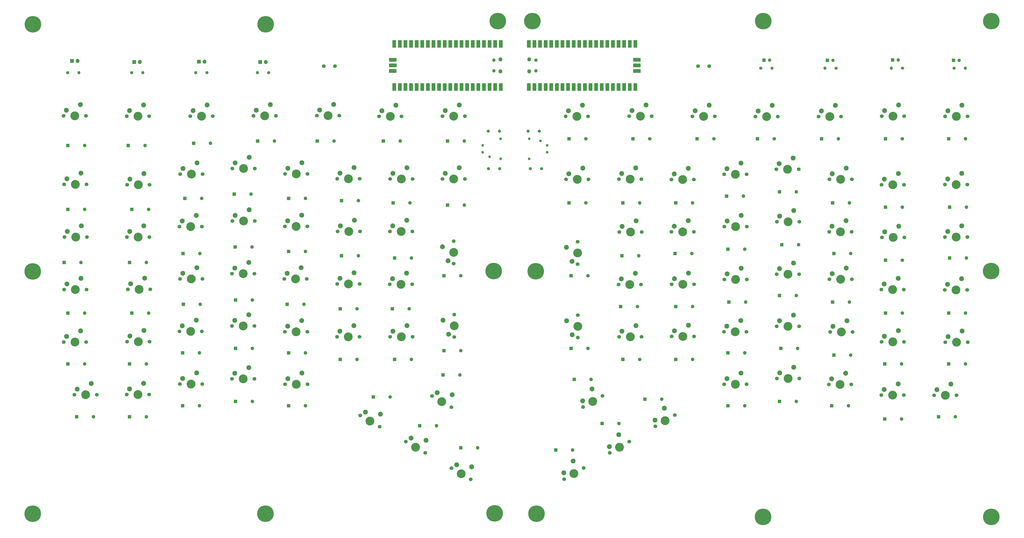
<source format=gbr>
%TF.GenerationSoftware,KiCad,Pcbnew,6.0.9-8da3e8f707~117~ubuntu20.04.1*%
%TF.CreationDate,2022-12-05T03:41:19+01:00*%
%TF.ProjectId,Europe-ergo,4575726f-7065-42d6-9572-676f2e6b6963,rev?*%
%TF.SameCoordinates,Original*%
%TF.FileFunction,Soldermask,Top*%
%TF.FilePolarity,Negative*%
%FSLAX46Y46*%
G04 Gerber Fmt 4.6, Leading zero omitted, Abs format (unit mm)*
G04 Created by KiCad (PCBNEW 6.0.9-8da3e8f707~117~ubuntu20.04.1) date 2022-12-05 03:41:19*
%MOMM*%
%LPD*%
G01*
G04 APERTURE LIST*
%ADD10R,1.600000X1.600000*%
%ADD11O,1.600000X1.600000*%
%ADD12C,7.500000*%
%ADD13C,1.700000*%
%ADD14C,4.000000*%
%ADD15C,2.200000*%
%ADD16R,1.500000X1.500000*%
%ADD17O,1.500000X1.500000*%
%ADD18C,1.400000*%
%ADD19O,1.400000X1.400000*%
%ADD20R,1.800000X1.800000*%
%ADD21O,1.800000X1.800000*%
%ADD22O,1.700000X1.700000*%
%ADD23R,1.700000X3.500000*%
%ADD24R,1.700000X1.700000*%
%ADD25R,3.500000X1.700000*%
%ADD26C,1.200000*%
G04 APERTURE END LIST*
D10*
%TO.C,D23*%
X431000000Y-181000000D03*
D11*
X438620000Y-181000000D03*
%TD*%
D10*
%TO.C,D91*%
X136000000Y-212000000D03*
D11*
X143620000Y-212000000D03*
%TD*%
D10*
%TO.C,D61*%
X267380000Y-216000000D03*
D11*
X275000000Y-216000000D03*
%TD*%
D12*
%TO.C,H15*%
X302750000Y-32600000D03*
%TD*%
D10*
%TO.C,D90*%
X165000000Y-88000000D03*
D11*
X172620000Y-88000000D03*
%TD*%
D10*
%TO.C,D79*%
X183380000Y-111000000D03*
D11*
X191000000Y-111000000D03*
%TD*%
D13*
%TO.C,SW43*%
X338900000Y-142780000D03*
D14*
X338900000Y-137700000D03*
D13*
X338900000Y-132620000D03*
D15*
X333820000Y-135160000D03*
X336360000Y-141510000D03*
%TD*%
D14*
%TO.C,SW89*%
X140000000Y-177900000D03*
D13*
X145080000Y-177900000D03*
X134920000Y-177900000D03*
D15*
X142540000Y-172820000D03*
X136190000Y-175360000D03*
%TD*%
D14*
%TO.C,SW3*%
X510380000Y-130540000D03*
D13*
X505300000Y-130540000D03*
X515460000Y-130540000D03*
D15*
X512920000Y-125460000D03*
X506570000Y-128000000D03*
%TD*%
D10*
%TO.C,D44*%
X350000000Y-215000000D03*
D11*
X357620000Y-215000000D03*
%TD*%
D10*
%TO.C,D47*%
X329000000Y-227000000D03*
D11*
X336620000Y-227000000D03*
%TD*%
D12*
%TO.C,H3*%
X526300000Y-32600000D03*
%TD*%
D16*
%TO.C,D51*%
X509180000Y-50440000D03*
D17*
X511720000Y-50440000D03*
%TD*%
D13*
%TO.C,SW21*%
X439360000Y-123540000D03*
D14*
X434280000Y-123540000D03*
D13*
X429200000Y-123540000D03*
D15*
X436820000Y-118460000D03*
X430470000Y-121000000D03*
%TD*%
D13*
%TO.C,SW28*%
X415360000Y-173440000D03*
D14*
X410280000Y-173440000D03*
D13*
X405200000Y-173440000D03*
D15*
X412820000Y-168360000D03*
X406470000Y-170900000D03*
%TD*%
D10*
%TO.C,D26*%
X407000000Y-136000000D03*
D11*
X414620000Y-136000000D03*
%TD*%
D10*
%TO.C,D95*%
X136000000Y-188000000D03*
D11*
X143620000Y-188000000D03*
%TD*%
D13*
%TO.C,SW80*%
X158720000Y-197100000D03*
X168880000Y-197100000D03*
D14*
X163800000Y-197100000D03*
D15*
X166340000Y-192020000D03*
X159990000Y-194560000D03*
%TD*%
D10*
%TO.C,D43*%
X336000000Y-148000000D03*
D11*
X343620000Y-148000000D03*
%TD*%
D13*
%TO.C,SW5*%
X505200000Y-154440000D03*
X515360000Y-154440000D03*
D14*
X510280000Y-154440000D03*
D15*
X512820000Y-149360000D03*
X506470000Y-151900000D03*
%TD*%
D18*
%TO.C,R10*%
X136920000Y-56000000D03*
D19*
X142000000Y-56000000D03*
%TD*%
D14*
%TO.C,SW9*%
X481880000Y-130640000D03*
D13*
X486960000Y-130640000D03*
X476800000Y-130640000D03*
D15*
X484420000Y-125560000D03*
X478070000Y-128100000D03*
%TD*%
D12*
%TO.C,H11*%
X92100000Y-255900000D03*
%TD*%
D13*
%TO.C,SW35*%
X382919405Y-211220009D03*
X374120586Y-216300009D03*
D14*
X378519995Y-213760009D03*
D15*
X378179700Y-208090600D03*
X373950439Y-213465305D03*
%TD*%
D14*
%TO.C,SW34*%
X386580000Y-175540000D03*
D13*
X381500000Y-175540000D03*
X391660000Y-175540000D03*
D15*
X389120000Y-170460000D03*
X382770000Y-173000000D03*
%TD*%
D12*
%TO.C,H9*%
X92200000Y-34100000D03*
%TD*%
D18*
%TO.C,R11*%
X298460000Y-82500000D03*
D19*
X303540000Y-82500000D03*
%TD*%
D14*
%TO.C,SW53*%
X282820000Y-137460000D03*
D13*
X282820000Y-132380000D03*
X282820000Y-142540000D03*
D15*
X277740000Y-134920000D03*
X280280000Y-141270000D03*
%TD*%
D10*
%TO.C,D93*%
X136000000Y-142000000D03*
D11*
X143620000Y-142000000D03*
%TD*%
D13*
%TO.C,SW11*%
X476500000Y-154340000D03*
D14*
X481580000Y-154340000D03*
D13*
X486660000Y-154340000D03*
D15*
X484120000Y-149260000D03*
X477770000Y-151800000D03*
%TD*%
D18*
%TO.C,R8*%
X171000000Y-56000000D03*
D19*
X165920000Y-56000000D03*
%TD*%
D10*
%TO.C,D88*%
X160190000Y-138000000D03*
D11*
X167810000Y-138000000D03*
%TD*%
D14*
%TO.C,SW7*%
X481780000Y-75740000D03*
D13*
X476700000Y-75740000D03*
X486860000Y-75740000D03*
D15*
X484320000Y-70660000D03*
X477970000Y-73200000D03*
%TD*%
D13*
%TO.C,SW58*%
X264080000Y-128000000D03*
X253920000Y-128000000D03*
D14*
X259000000Y-128000000D03*
D15*
X261540000Y-122920000D03*
X255190000Y-125460000D03*
%TD*%
D13*
%TO.C,SW76*%
X182520000Y-123200000D03*
D14*
X187600000Y-123200000D03*
D13*
X192680000Y-123200000D03*
D15*
X190140000Y-118120000D03*
X183790000Y-120660000D03*
%TD*%
D12*
%TO.C,H8*%
X422950000Y-257350000D03*
%TD*%
D10*
%TO.C,D35*%
X383380000Y-186000000D03*
D11*
X391000000Y-186000000D03*
%TD*%
D10*
%TO.C,D83*%
X184000000Y-205000000D03*
D11*
X191620000Y-205000000D03*
%TD*%
D10*
%TO.C,D66*%
X280000000Y-87000000D03*
D11*
X287620000Y-87000000D03*
%TD*%
D14*
%TO.C,SW20*%
X433980000Y-99740000D03*
D13*
X428900000Y-99740000D03*
X439060000Y-99740000D03*
D15*
X436520000Y-94660000D03*
X430170000Y-97200000D03*
%TD*%
D10*
%TO.C,D81*%
X184000000Y-159000000D03*
D11*
X191620000Y-159000000D03*
%TD*%
D13*
%TO.C,SW29*%
X415560000Y-149740000D03*
D14*
X410480000Y-149740000D03*
D13*
X405400000Y-149740000D03*
D15*
X413020000Y-144660000D03*
X406670000Y-147200000D03*
%TD*%
D14*
%TO.C,SW17*%
X458080000Y-149640000D03*
D13*
X463160000Y-149640000D03*
X453000000Y-149640000D03*
D15*
X460620000Y-144560000D03*
X454270000Y-147100000D03*
%TD*%
D10*
%TO.C,D86*%
X160000000Y-207000000D03*
D11*
X167620000Y-207000000D03*
%TD*%
D13*
%TO.C,SW74*%
X192580000Y-194800000D03*
X182420000Y-194800000D03*
D14*
X187500000Y-194800000D03*
D15*
X190040000Y-189720000D03*
X183690000Y-192260000D03*
%TD*%
D12*
%TO.C,H1*%
X526300000Y-257350000D03*
%TD*%
D13*
%TO.C,SW66*%
X259180000Y-75800000D03*
D14*
X254100000Y-75800000D03*
D13*
X249020000Y-75800000D03*
D15*
X256640000Y-70720000D03*
X250290000Y-73260000D03*
%TD*%
D10*
%TO.C,D40*%
X359000000Y-139000000D03*
D11*
X366620000Y-139000000D03*
%TD*%
D13*
%TO.C,SW85*%
X135220000Y-154200000D03*
D14*
X140300000Y-154200000D03*
D13*
X145380000Y-154200000D03*
D15*
X142840000Y-149120000D03*
X136490000Y-151660000D03*
%TD*%
D10*
%TO.C,D62*%
X256000000Y-140000000D03*
D11*
X263620000Y-140000000D03*
%TD*%
D14*
%TO.C,SW15*%
X457980000Y-128140000D03*
D13*
X452900000Y-128140000D03*
X463060000Y-128140000D03*
D15*
X460520000Y-123060000D03*
X454170000Y-125600000D03*
%TD*%
D10*
%TO.C,D92*%
X137000000Y-118000000D03*
D11*
X144620000Y-118000000D03*
%TD*%
D10*
%TO.C,D82*%
X184000000Y-181000000D03*
D11*
X191620000Y-181000000D03*
%TD*%
D18*
%TO.C,R1*%
X421920000Y-54000000D03*
D19*
X427000000Y-54000000D03*
%TD*%
D13*
%TO.C,SW6*%
X510560000Y-202240000D03*
D14*
X505480000Y-202240000D03*
D13*
X500400000Y-202240000D03*
D15*
X508020000Y-197160000D03*
X501670000Y-199700000D03*
%TD*%
D10*
%TO.C,D56*%
X286000000Y-226000000D03*
D11*
X293620000Y-226000000D03*
%TD*%
D10*
%TO.C,D73*%
X208000000Y-113000000D03*
D11*
X215620000Y-113000000D03*
%TD*%
D14*
%TO.C,SW27*%
X410480000Y-125740000D03*
D13*
X405400000Y-125740000D03*
X415560000Y-125740000D03*
D15*
X413020000Y-120660000D03*
X406670000Y-123200000D03*
%TD*%
D10*
%TO.C,D42*%
X335000000Y-115000000D03*
D11*
X342620000Y-115000000D03*
%TD*%
D13*
%TO.C,SW88*%
X144980000Y-130500000D03*
D14*
X139900000Y-130500000D03*
D13*
X134820000Y-130500000D03*
D15*
X142440000Y-125420000D03*
X136090000Y-127960000D03*
%TD*%
D14*
%TO.C,SW62*%
X235100000Y-104100000D03*
D13*
X240180000Y-104100000D03*
X230020000Y-104100000D03*
D15*
X237640000Y-99020000D03*
X231290000Y-101560000D03*
%TD*%
D13*
%TO.C,SW87*%
X134920000Y-106800000D03*
X145080000Y-106800000D03*
D14*
X140000000Y-106800000D03*
D15*
X142540000Y-101720000D03*
X136190000Y-104260000D03*
%TD*%
D13*
%TO.C,SW48*%
X393460000Y-53000000D03*
X398540000Y-53000000D03*
%TD*%
D10*
%TO.C,D98*%
X108000000Y-165000000D03*
D11*
X115620000Y-165000000D03*
%TD*%
D13*
%TO.C,SW4*%
X505500000Y-178140000D03*
X515660000Y-178140000D03*
D14*
X510580000Y-178140000D03*
D15*
X513120000Y-173060000D03*
X506770000Y-175600000D03*
%TD*%
D14*
%TO.C,SW93*%
X111400000Y-106600000D03*
D13*
X106320000Y-106600000D03*
X116480000Y-106600000D03*
D15*
X113940000Y-101520000D03*
X107590000Y-104060000D03*
%TD*%
D10*
%TO.C,D10*%
X478380000Y-165000000D03*
D11*
X486000000Y-165000000D03*
%TD*%
D14*
%TO.C,SW90*%
X139800000Y-75700000D03*
D13*
X134720000Y-75700000D03*
X144880000Y-75700000D03*
D15*
X142340000Y-70620000D03*
X135990000Y-73160000D03*
%TD*%
D10*
%TO.C,D70*%
X231380000Y-163000000D03*
D11*
X239000000Y-163000000D03*
%TD*%
D10*
%TO.C,D39*%
X359380000Y-186000000D03*
D11*
X367000000Y-186000000D03*
%TD*%
D13*
%TO.C,SW39*%
X357800000Y-128240000D03*
X367960000Y-128240000D03*
D14*
X362880000Y-128240000D03*
D15*
X365420000Y-123160000D03*
X359070000Y-125700000D03*
%TD*%
D10*
%TO.C,D69*%
X232000000Y-139000000D03*
D11*
X239620000Y-139000000D03*
%TD*%
D10*
%TO.C,D100*%
X108000000Y-118000000D03*
D11*
X115620000Y-118000000D03*
%TD*%
D10*
%TO.C,D99*%
X108000000Y-188000000D03*
D11*
X115620000Y-188000000D03*
%TD*%
D18*
%TO.C,R4*%
X486080000Y-54000000D03*
D19*
X481000000Y-54000000D03*
%TD*%
D10*
%TO.C,D80*%
X183810000Y-135000000D03*
D11*
X191430000Y-135000000D03*
%TD*%
D13*
%TO.C,SW31*%
X362300000Y-75740000D03*
X372460000Y-75740000D03*
D14*
X367380000Y-75740000D03*
D15*
X369920000Y-70660000D03*
X363570000Y-73200000D03*
%TD*%
D10*
%TO.C,D2*%
X507380000Y-117000000D03*
D11*
X515000000Y-117000000D03*
%TD*%
D13*
%TO.C,SW81*%
X169080000Y-102000000D03*
X158920000Y-102000000D03*
D14*
X164000000Y-102000000D03*
D15*
X166540000Y-96920000D03*
X160190000Y-99460000D03*
%TD*%
D12*
%TO.C,H5*%
X318450000Y-32650000D03*
%TD*%
D10*
%TO.C,D41*%
X358380000Y-162000000D03*
D11*
X366000000Y-162000000D03*
%TD*%
D10*
%TO.C,D34*%
X383380000Y-162000000D03*
D11*
X391000000Y-162000000D03*
%TD*%
D10*
%TO.C,D24*%
X430380000Y-205000000D03*
D11*
X438000000Y-205000000D03*
%TD*%
D14*
%TO.C,SW54*%
X283040000Y-170720000D03*
D13*
X283040000Y-165640000D03*
X283040000Y-175800000D03*
D15*
X277960000Y-168180000D03*
X280500000Y-174530000D03*
%TD*%
D10*
%TO.C,D58*%
X278380000Y-182000000D03*
D11*
X286000000Y-182000000D03*
%TD*%
D10*
%TO.C,D16*%
X455000000Y-184000000D03*
D11*
X462620000Y-184000000D03*
%TD*%
D13*
%TO.C,SW19*%
X429600000Y-75860000D03*
X419440000Y-75860000D03*
D14*
X424520000Y-75860000D03*
D15*
X427060000Y-70780000D03*
X420710000Y-73320000D03*
%TD*%
D10*
%TO.C,D27*%
X406380000Y-112000000D03*
D11*
X414000000Y-112000000D03*
%TD*%
D18*
%TO.C,R12*%
X107920000Y-56000000D03*
D19*
X113000000Y-56000000D03*
%TD*%
D13*
%TO.C,SW47*%
X332820586Y-240200009D03*
D14*
X337219995Y-237660009D03*
D13*
X341619405Y-235120009D03*
D15*
X336879700Y-231990600D03*
X332650439Y-237365305D03*
%TD*%
D16*
%TO.C,D49*%
X452064700Y-50440000D03*
D17*
X454604700Y-50440000D03*
%TD*%
D14*
%TO.C,SW18*%
X457780000Y-197340000D03*
D13*
X452700000Y-197340000D03*
X462860000Y-197340000D03*
D15*
X460320000Y-192260000D03*
X453970000Y-194800000D03*
%TD*%
D10*
%TO.C,D14*%
X454380000Y-115000000D03*
D11*
X462000000Y-115000000D03*
%TD*%
D13*
%TO.C,SW96*%
X116280000Y-75600000D03*
D14*
X111200000Y-75600000D03*
D13*
X106120000Y-75600000D03*
D15*
X113740000Y-70520000D03*
X107390000Y-73060000D03*
%TD*%
D12*
%TO.C,H4*%
X423000000Y-32650000D03*
%TD*%
D14*
%TO.C,SW67*%
X211200000Y-149500000D03*
D13*
X206120000Y-149500000D03*
X216280000Y-149500000D03*
D15*
X213740000Y-144420000D03*
X207390000Y-146960000D03*
%TD*%
D13*
%TO.C,SW41*%
X357500000Y-152040000D03*
D14*
X362580000Y-152040000D03*
D13*
X367660000Y-152040000D03*
D15*
X365120000Y-146960000D03*
X358770000Y-149500000D03*
%TD*%
D10*
%TO.C,D4*%
X507000000Y-165000000D03*
D11*
X514620000Y-165000000D03*
%TD*%
D13*
%TO.C,SW46*%
X341420586Y-207569409D03*
X350219405Y-202489409D03*
D14*
X345819995Y-205029409D03*
D15*
X345479700Y-199360000D03*
X341250439Y-204734705D03*
%TD*%
D14*
%TO.C,SW16*%
X458380000Y-173540000D03*
D13*
X463460000Y-173540000D03*
X453300000Y-173540000D03*
D15*
X460920000Y-168460000D03*
X454570000Y-171000000D03*
%TD*%
D10*
%TO.C,D63*%
X255000000Y-163000000D03*
D11*
X262620000Y-163000000D03*
%TD*%
D10*
%TO.C,D33*%
X383000000Y-138000000D03*
D11*
X390620000Y-138000000D03*
%TD*%
D13*
%TO.C,SW22*%
X429060000Y-170960000D03*
X439220000Y-170960000D03*
D14*
X434140000Y-170960000D03*
D15*
X436680000Y-165880000D03*
X430330000Y-168420000D03*
%TD*%
D14*
%TO.C,SW26*%
X410380000Y-102040000D03*
D13*
X405300000Y-102040000D03*
X415460000Y-102040000D03*
D15*
X412920000Y-96960000D03*
X406570000Y-99500000D03*
%TD*%
D10*
%TO.C,D25*%
X393000000Y-86000000D03*
D11*
X400620000Y-86000000D03*
%TD*%
D20*
%TO.C,D54*%
X138100000Y-51200000D03*
D21*
X140640000Y-51200000D03*
%TD*%
D13*
%TO.C,SW12*%
X476500000Y-202140000D03*
D14*
X481580000Y-202140000D03*
D13*
X486660000Y-202140000D03*
D15*
X484120000Y-197060000D03*
X477770000Y-199600000D03*
%TD*%
D13*
%TO.C,SW84*%
X163520000Y-75700000D03*
X173680000Y-75700000D03*
D14*
X168600000Y-75700000D03*
D15*
X171140000Y-70620000D03*
X164790000Y-73160000D03*
%TD*%
D10*
%TO.C,D5*%
X507000000Y-188000000D03*
D11*
X514620000Y-188000000D03*
%TD*%
D10*
%TO.C,D78*%
X221000000Y-87000000D03*
D11*
X228620000Y-87000000D03*
%TD*%
D10*
%TO.C,D96*%
X135380000Y-89000000D03*
D11*
X143000000Y-89000000D03*
%TD*%
D13*
%TO.C,SW60*%
X277720000Y-75700000D03*
D14*
X282800000Y-75700000D03*
D13*
X287880000Y-75700000D03*
D15*
X285340000Y-70620000D03*
X278990000Y-73160000D03*
%TD*%
D13*
%TO.C,SW56*%
X263980000Y-151900000D03*
D14*
X258900000Y-151900000D03*
D13*
X253820000Y-151900000D03*
D15*
X261440000Y-146820000D03*
X255090000Y-149360000D03*
%TD*%
D18*
%TO.C,R6*%
X509460000Y-54000000D03*
D19*
X514540000Y-54000000D03*
%TD*%
D10*
%TO.C,D65*%
X256000000Y-186000000D03*
D11*
X263620000Y-186000000D03*
%TD*%
D10*
%TO.C,D77*%
X208000000Y-137000000D03*
D11*
X215620000Y-137000000D03*
%TD*%
D13*
%TO.C,SW36*%
X381500000Y-151940000D03*
D14*
X386580000Y-151940000D03*
D13*
X391660000Y-151940000D03*
D15*
X389120000Y-146860000D03*
X382770000Y-149400000D03*
%TD*%
D18*
%TO.C,R3*%
X322620000Y-99500000D03*
D19*
X317540000Y-99500000D03*
%TD*%
D12*
%TO.C,H16*%
X301300000Y-255700000D03*
%TD*%
%TO.C,H13*%
X300900000Y-145900000D03*
%TD*%
D10*
%TO.C,D3*%
X507380000Y-140000000D03*
D11*
X515000000Y-140000000D03*
%TD*%
D10*
%TO.C,D72*%
X251000000Y-87000000D03*
D11*
X258620000Y-87000000D03*
%TD*%
D12*
%TO.C,H12*%
X92100000Y-146100000D03*
%TD*%
D10*
%TO.C,D18*%
X454000000Y-207000000D03*
D11*
X461620000Y-207000000D03*
%TD*%
D10*
%TO.C,D28*%
X407380000Y-160000000D03*
D11*
X415000000Y-160000000D03*
%TD*%
D12*
%TO.C,H2*%
X526250000Y-145950000D03*
%TD*%
D10*
%TO.C,D71*%
X231380000Y-186000000D03*
D11*
X239000000Y-186000000D03*
%TD*%
D13*
%TO.C,SW1*%
X515560000Y-75840000D03*
D14*
X510480000Y-75840000D03*
D13*
X505400000Y-75840000D03*
D15*
X513020000Y-70760000D03*
X506670000Y-73300000D03*
%TD*%
D10*
%TO.C,D8*%
X478380000Y-117000000D03*
D11*
X486000000Y-117000000D03*
%TD*%
D14*
%TO.C,SW73*%
X187500000Y-147100000D03*
D13*
X192580000Y-147100000D03*
X182420000Y-147100000D03*
D15*
X190040000Y-142020000D03*
X183690000Y-144560000D03*
%TD*%
D10*
%TO.C,D1*%
X507000000Y-86000000D03*
D11*
X514620000Y-86000000D03*
%TD*%
D10*
%TO.C,D22*%
X430380000Y-157000000D03*
D11*
X438000000Y-157000000D03*
%TD*%
D10*
%TO.C,D46*%
X337380000Y-195000000D03*
D11*
X345000000Y-195000000D03*
%TD*%
D16*
%TO.C,D48*%
X423364700Y-50340000D03*
D17*
X425904700Y-50340000D03*
%TD*%
D13*
%TO.C,SW51*%
X281739405Y-207660009D03*
D14*
X277339995Y-205120009D03*
D13*
X272940586Y-202580009D03*
D15*
X282079700Y-201990600D03*
X275310439Y-201015305D03*
%TD*%
D14*
%TO.C,SW71*%
X211400000Y-173400000D03*
D13*
X206320000Y-173400000D03*
X216480000Y-173400000D03*
D15*
X213940000Y-168320000D03*
X207590000Y-170860000D03*
%TD*%
D13*
%TO.C,SW91*%
X116480000Y-154300000D03*
X106320000Y-154300000D03*
D14*
X111400000Y-154300000D03*
D15*
X113940000Y-149220000D03*
X107590000Y-151760000D03*
%TD*%
D14*
%TO.C,SW69*%
X211500000Y-101900000D03*
D13*
X206420000Y-101900000D03*
X216580000Y-101900000D03*
D15*
X214040000Y-96820000D03*
X207690000Y-99360000D03*
%TD*%
D13*
%TO.C,SW86*%
X134720000Y-201900000D03*
D14*
X139800000Y-201900000D03*
D13*
X144880000Y-201900000D03*
D15*
X142340000Y-196820000D03*
X135990000Y-199360000D03*
%TD*%
D12*
%TO.C,H7*%
X320300000Y-255900000D03*
%TD*%
D10*
%TO.C,D11*%
X478000000Y-188000000D03*
D11*
X485620000Y-188000000D03*
%TD*%
D10*
%TO.C,D89*%
X160000000Y-183000000D03*
D11*
X167620000Y-183000000D03*
%TD*%
D13*
%TO.C,SW32*%
X381400000Y-104440000D03*
D14*
X386480000Y-104440000D03*
D13*
X391560000Y-104440000D03*
D15*
X389020000Y-99360000D03*
X382670000Y-101900000D03*
%TD*%
D20*
%TO.C,D55*%
X109900000Y-50700000D03*
D21*
X112440000Y-50700000D03*
%TD*%
D18*
%TO.C,R2*%
X456000000Y-54000000D03*
D19*
X450920000Y-54000000D03*
%TD*%
D10*
%TO.C,D67*%
X246380000Y-203000000D03*
D11*
X254000000Y-203000000D03*
%TD*%
D18*
%TO.C,R7*%
X199000000Y-56000000D03*
D19*
X193920000Y-56000000D03*
%TD*%
D10*
%TO.C,D21*%
X431380000Y-134000000D03*
D11*
X439000000Y-134000000D03*
%TD*%
D18*
%TO.C,R9*%
X298540000Y-99500000D03*
D19*
X303620000Y-99500000D03*
%TD*%
D14*
%TO.C,SW2*%
X510380000Y-106740000D03*
D13*
X505300000Y-106740000D03*
X515460000Y-106740000D03*
D15*
X512920000Y-101660000D03*
X506570000Y-104200000D03*
%TD*%
D13*
%TO.C,SW10*%
X476600000Y-178040000D03*
X486760000Y-178040000D03*
D14*
X481680000Y-178040000D03*
D15*
X484220000Y-172960000D03*
X477870000Y-175500000D03*
%TD*%
D10*
%TO.C,D97*%
X112000000Y-212000000D03*
D11*
X119620000Y-212000000D03*
%TD*%
D13*
%TO.C,SW77*%
X182420000Y-170800000D03*
D14*
X187500000Y-170800000D03*
D13*
X192580000Y-170800000D03*
D15*
X190040000Y-165720000D03*
X183690000Y-168260000D03*
%TD*%
D13*
%TO.C,SW95*%
X116380000Y-178100000D03*
X106220000Y-178100000D03*
D14*
X111300000Y-178100000D03*
D15*
X113840000Y-173020000D03*
X107490000Y-175560000D03*
%TD*%
D18*
%TO.C,R5*%
X321540000Y-82500000D03*
D19*
X316460000Y-82500000D03*
%TD*%
D13*
%TO.C,SW45*%
X362319405Y-223220009D03*
D14*
X357919995Y-225760009D03*
D13*
X353520586Y-228300009D03*
D15*
X357579700Y-220090600D03*
X353350439Y-225465305D03*
%TD*%
D13*
%TO.C,SW30*%
X405300000Y-197240000D03*
X415460000Y-197240000D03*
D14*
X410380000Y-197240000D03*
D15*
X412920000Y-192160000D03*
X406570000Y-194700000D03*
%TD*%
D17*
%TO.C,U2*%
X300970000Y-55150000D03*
D21*
X304000000Y-55450000D03*
X304000000Y-50000000D03*
D17*
X300970000Y-50300000D03*
D22*
X304130000Y-43835000D03*
D23*
X304130000Y-42935000D03*
X301590000Y-42935000D03*
D22*
X301590000Y-43835000D03*
D23*
X299050000Y-42935000D03*
D24*
X299050000Y-43835000D03*
D22*
X296510000Y-43835000D03*
D23*
X296510000Y-42935000D03*
D22*
X293970000Y-43835000D03*
D23*
X293970000Y-42935000D03*
D22*
X291430000Y-43835000D03*
D23*
X291430000Y-42935000D03*
D22*
X288890000Y-43835000D03*
D23*
X288890000Y-42935000D03*
D24*
X286350000Y-43835000D03*
D23*
X286350000Y-42935000D03*
X283810000Y-42935000D03*
D22*
X283810000Y-43835000D03*
X281270000Y-43835000D03*
D23*
X281270000Y-42935000D03*
X278730000Y-42935000D03*
D22*
X278730000Y-43835000D03*
D23*
X276190000Y-42935000D03*
D22*
X276190000Y-43835000D03*
D23*
X273650000Y-42935000D03*
D24*
X273650000Y-43835000D03*
D23*
X271110000Y-42935000D03*
D22*
X271110000Y-43835000D03*
D23*
X268570000Y-42935000D03*
D22*
X268570000Y-43835000D03*
D23*
X266030000Y-42935000D03*
D22*
X266030000Y-43835000D03*
D23*
X263490000Y-42935000D03*
D22*
X263490000Y-43835000D03*
D23*
X260950000Y-42935000D03*
D24*
X260950000Y-43835000D03*
D22*
X258410000Y-43835000D03*
D23*
X258410000Y-42935000D03*
D22*
X255870000Y-43835000D03*
D23*
X255870000Y-42935000D03*
X255870000Y-62515000D03*
D22*
X255870000Y-61615000D03*
D23*
X258410000Y-62515000D03*
D22*
X258410000Y-61615000D03*
D24*
X260950000Y-61615000D03*
D23*
X260950000Y-62515000D03*
X263490000Y-62515000D03*
D22*
X263490000Y-61615000D03*
D23*
X266030000Y-62515000D03*
D22*
X266030000Y-61615000D03*
X268570000Y-61615000D03*
D23*
X268570000Y-62515000D03*
D22*
X271110000Y-61615000D03*
D23*
X271110000Y-62515000D03*
X273650000Y-62515000D03*
D24*
X273650000Y-61615000D03*
D22*
X276190000Y-61615000D03*
D23*
X276190000Y-62515000D03*
D22*
X278730000Y-61615000D03*
D23*
X278730000Y-62515000D03*
X281270000Y-62515000D03*
D22*
X281270000Y-61615000D03*
X283810000Y-61615000D03*
D23*
X283810000Y-62515000D03*
D24*
X286350000Y-61615000D03*
D23*
X286350000Y-62515000D03*
X288890000Y-62515000D03*
D22*
X288890000Y-61615000D03*
D23*
X291430000Y-62515000D03*
D22*
X291430000Y-61615000D03*
D23*
X293970000Y-62515000D03*
D22*
X293970000Y-61615000D03*
X296510000Y-61615000D03*
D23*
X296510000Y-62515000D03*
D24*
X299050000Y-61615000D03*
D23*
X299050000Y-62515000D03*
X301590000Y-62515000D03*
D22*
X301590000Y-61615000D03*
X304130000Y-61615000D03*
D23*
X304130000Y-62515000D03*
D25*
X255200000Y-50185000D03*
D22*
X256100000Y-50185000D03*
D24*
X256100000Y-52725000D03*
D25*
X255200000Y-52725000D03*
X255200000Y-55265000D03*
D22*
X256100000Y-55265000D03*
%TD*%
D13*
%TO.C,SW55*%
X269939405Y-228260009D03*
X261140586Y-223180009D03*
D14*
X265539995Y-225720009D03*
D15*
X270279700Y-222590600D03*
X263510439Y-221615305D03*
%TD*%
D10*
%TO.C,D75*%
X208000000Y-183000000D03*
D11*
X215620000Y-183000000D03*
%TD*%
D14*
%TO.C,SW78*%
X197200000Y-75600000D03*
D13*
X202280000Y-75600000D03*
X192120000Y-75600000D03*
D15*
X199740000Y-70520000D03*
X193390000Y-73060000D03*
%TD*%
D13*
%TO.C,SW70*%
X206320000Y-125700000D03*
D14*
X211400000Y-125700000D03*
D13*
X216480000Y-125700000D03*
D15*
X213940000Y-120620000D03*
X207590000Y-123160000D03*
%TD*%
D21*
%TO.C,U1*%
X317000000Y-50000000D03*
D17*
X320030000Y-50300000D03*
D21*
X317000000Y-55450000D03*
D17*
X320030000Y-55150000D03*
D23*
X316870000Y-62515000D03*
D22*
X316870000Y-61615000D03*
X319410000Y-61615000D03*
D23*
X319410000Y-62515000D03*
X321950000Y-62515000D03*
D24*
X321950000Y-61615000D03*
D22*
X324490000Y-61615000D03*
D23*
X324490000Y-62515000D03*
X327030000Y-62515000D03*
D22*
X327030000Y-61615000D03*
X329570000Y-61615000D03*
D23*
X329570000Y-62515000D03*
D22*
X332110000Y-61615000D03*
D23*
X332110000Y-62515000D03*
D24*
X334650000Y-61615000D03*
D23*
X334650000Y-62515000D03*
D22*
X337190000Y-61615000D03*
D23*
X337190000Y-62515000D03*
D22*
X339730000Y-61615000D03*
D23*
X339730000Y-62515000D03*
X342270000Y-62515000D03*
D22*
X342270000Y-61615000D03*
D23*
X344810000Y-62515000D03*
D22*
X344810000Y-61615000D03*
D23*
X347350000Y-62515000D03*
D24*
X347350000Y-61615000D03*
D22*
X349890000Y-61615000D03*
D23*
X349890000Y-62515000D03*
D22*
X352430000Y-61615000D03*
D23*
X352430000Y-62515000D03*
D22*
X354970000Y-61615000D03*
D23*
X354970000Y-62515000D03*
D22*
X357510000Y-61615000D03*
D23*
X357510000Y-62515000D03*
X360050000Y-62515000D03*
D24*
X360050000Y-61615000D03*
D22*
X362590000Y-61615000D03*
D23*
X362590000Y-62515000D03*
X365130000Y-62515000D03*
D22*
X365130000Y-61615000D03*
X365130000Y-43835000D03*
D23*
X365130000Y-42935000D03*
D22*
X362590000Y-43835000D03*
D23*
X362590000Y-42935000D03*
D24*
X360050000Y-43835000D03*
D23*
X360050000Y-42935000D03*
D22*
X357510000Y-43835000D03*
D23*
X357510000Y-42935000D03*
X354970000Y-42935000D03*
D22*
X354970000Y-43835000D03*
D23*
X352430000Y-42935000D03*
D22*
X352430000Y-43835000D03*
D23*
X349890000Y-42935000D03*
D22*
X349890000Y-43835000D03*
D23*
X347350000Y-42935000D03*
D24*
X347350000Y-43835000D03*
D23*
X344810000Y-42935000D03*
D22*
X344810000Y-43835000D03*
D23*
X342270000Y-42935000D03*
D22*
X342270000Y-43835000D03*
D23*
X339730000Y-42935000D03*
D22*
X339730000Y-43835000D03*
X337190000Y-43835000D03*
D23*
X337190000Y-42935000D03*
X334650000Y-42935000D03*
D24*
X334650000Y-43835000D03*
D23*
X332110000Y-42935000D03*
D22*
X332110000Y-43835000D03*
X329570000Y-43835000D03*
D23*
X329570000Y-42935000D03*
X327030000Y-42935000D03*
D22*
X327030000Y-43835000D03*
X324490000Y-43835000D03*
D23*
X324490000Y-42935000D03*
X321950000Y-42935000D03*
D24*
X321950000Y-43835000D03*
D23*
X319410000Y-42935000D03*
D22*
X319410000Y-43835000D03*
D23*
X316870000Y-42935000D03*
D22*
X316870000Y-43835000D03*
D25*
X365800000Y-55265000D03*
D22*
X364900000Y-55265000D03*
D25*
X365800000Y-52725000D03*
D24*
X364900000Y-52725000D03*
D25*
X365800000Y-50185000D03*
D22*
X364900000Y-50185000D03*
%TD*%
D13*
%TO.C,SW94*%
X116680000Y-130500000D03*
X106520000Y-130500000D03*
D14*
X111600000Y-130500000D03*
D15*
X114140000Y-125420000D03*
X107790000Y-127960000D03*
%TD*%
D13*
%TO.C,SW79*%
X168980000Y-149500000D03*
D14*
X163900000Y-149500000D03*
D13*
X158820000Y-149500000D03*
D15*
X166440000Y-144420000D03*
X160090000Y-146960000D03*
%TD*%
D13*
%TO.C,SW72*%
X230980000Y-75500000D03*
X220820000Y-75500000D03*
D14*
X225900000Y-75500000D03*
D15*
X228440000Y-70420000D03*
X222090000Y-72960000D03*
%TD*%
D10*
%TO.C,D19*%
X420380000Y-86000000D03*
D11*
X428000000Y-86000000D03*
%TD*%
D10*
%TO.C,D74*%
X207380000Y-161000000D03*
D11*
X215000000Y-161000000D03*
%TD*%
D13*
%TO.C,SW13*%
X448100000Y-75940000D03*
D14*
X453180000Y-75940000D03*
D13*
X458260000Y-75940000D03*
D15*
X455720000Y-70860000D03*
X449370000Y-73400000D03*
%TD*%
D10*
%TO.C,D36*%
X369380000Y-204000000D03*
D11*
X377000000Y-204000000D03*
%TD*%
D10*
%TO.C,D59*%
X278380000Y-148000000D03*
D11*
X286000000Y-148000000D03*
%TD*%
D12*
%TO.C,H14*%
X197500000Y-255900000D03*
%TD*%
D13*
%TO.C,SW8*%
X476600000Y-106840000D03*
D14*
X481680000Y-106840000D03*
D13*
X486760000Y-106840000D03*
D15*
X484220000Y-101760000D03*
X477870000Y-104300000D03*
%TD*%
D10*
%TO.C,D32*%
X383380000Y-115000000D03*
D11*
X391000000Y-115000000D03*
%TD*%
D12*
%TO.C,H6*%
X320000000Y-146000000D03*
%TD*%
D10*
%TO.C,D9*%
X478380000Y-141000000D03*
D11*
X486000000Y-141000000D03*
%TD*%
D13*
%TO.C,SW33*%
X381400000Y-128140000D03*
X391560000Y-128140000D03*
D14*
X386480000Y-128140000D03*
D15*
X389020000Y-123060000D03*
X382670000Y-125600000D03*
%TD*%
D10*
%TO.C,D101*%
X106380000Y-142000000D03*
D11*
X114000000Y-142000000D03*
%TD*%
D10*
%TO.C,D76*%
X208000000Y-207000000D03*
D11*
X215620000Y-207000000D03*
%TD*%
D10*
%TO.C,D84*%
X194000000Y-87000000D03*
D11*
X201620000Y-87000000D03*
%TD*%
D13*
%TO.C,SW68*%
X206420000Y-197200000D03*
X216580000Y-197200000D03*
D14*
X211500000Y-197200000D03*
D15*
X214040000Y-192120000D03*
X207690000Y-194660000D03*
%TD*%
D10*
%TO.C,D37*%
X335000000Y-86000000D03*
D11*
X342620000Y-86000000D03*
%TD*%
D13*
%TO.C,SW49*%
X229000000Y-53000000D03*
X223920000Y-53000000D03*
%TD*%
D10*
%TO.C,D38*%
X359380000Y-115000000D03*
D11*
X367000000Y-115000000D03*
%TD*%
D20*
%TO.C,D52*%
X195200000Y-51200000D03*
D21*
X197740000Y-51200000D03*
%TD*%
D13*
%TO.C,SW37*%
X343660000Y-75840000D03*
X333500000Y-75840000D03*
D14*
X338580000Y-75840000D03*
D15*
X341120000Y-70760000D03*
X334770000Y-73300000D03*
%TD*%
D10*
%TO.C,D60*%
X280000000Y-116000000D03*
D11*
X287620000Y-116000000D03*
%TD*%
D10*
%TO.C,D31*%
X364000000Y-86000000D03*
D11*
X371620000Y-86000000D03*
%TD*%
D14*
%TO.C,SW25*%
X395980000Y-75840000D03*
D13*
X390900000Y-75840000D03*
X401060000Y-75840000D03*
D15*
X398520000Y-70760000D03*
X392170000Y-73300000D03*
%TD*%
D10*
%TO.C,D85*%
X160380000Y-161000000D03*
D11*
X168000000Y-161000000D03*
%TD*%
D10*
%TO.C,D12*%
X478000000Y-213000000D03*
D11*
X485620000Y-213000000D03*
%TD*%
D13*
%TO.C,SW64*%
X229920000Y-175700000D03*
D14*
X235000000Y-175700000D03*
D13*
X240080000Y-175700000D03*
D15*
X237540000Y-170620000D03*
X231190000Y-173160000D03*
%TD*%
D13*
%TO.C,SW38*%
X357600000Y-104240000D03*
X367760000Y-104240000D03*
D14*
X362680000Y-104240000D03*
D15*
X365220000Y-99160000D03*
X358870000Y-101700000D03*
%TD*%
D13*
%TO.C,SW52*%
X287880000Y-104200000D03*
X277720000Y-104200000D03*
D14*
X282800000Y-104200000D03*
D15*
X285340000Y-99120000D03*
X278990000Y-101660000D03*
%TD*%
D10*
%TO.C,D17*%
X454380000Y-160000000D03*
D11*
X462000000Y-160000000D03*
%TD*%
D10*
%TO.C,D45*%
X336000000Y-181000000D03*
D11*
X343620000Y-181000000D03*
%TD*%
D13*
%TO.C,SW63*%
X230220000Y-128000000D03*
D14*
X235300000Y-128000000D03*
D13*
X240380000Y-128000000D03*
D15*
X237840000Y-122920000D03*
X231490000Y-125460000D03*
%TD*%
D13*
%TO.C,SW82*%
X158620000Y-125800000D03*
X168780000Y-125800000D03*
D14*
X163700000Y-125800000D03*
D15*
X166240000Y-120720000D03*
X159890000Y-123260000D03*
%TD*%
D14*
%TO.C,SW92*%
X116100000Y-202000000D03*
D13*
X121180000Y-202000000D03*
X111020000Y-202000000D03*
D15*
X118640000Y-196920000D03*
X112290000Y-199460000D03*
%TD*%
D12*
%TO.C,H10*%
X197600000Y-34100000D03*
%TD*%
D10*
%TO.C,D87*%
X161000000Y-113000000D03*
D11*
X168620000Y-113000000D03*
%TD*%
D10*
%TO.C,D94*%
X137000000Y-165000000D03*
D11*
X144620000Y-165000000D03*
%TD*%
D14*
%TO.C,SW75*%
X187600000Y-99400000D03*
D13*
X192680000Y-99400000D03*
X182520000Y-99400000D03*
D15*
X190140000Y-94320000D03*
X183790000Y-96860000D03*
%TD*%
D10*
%TO.C,D30*%
X407000000Y-207000000D03*
D11*
X414620000Y-207000000D03*
%TD*%
D14*
%TO.C,SW50*%
X286139995Y-237820009D03*
D13*
X281740586Y-235280009D03*
X290539405Y-240360009D03*
D15*
X290879700Y-234690600D03*
X284110439Y-233715305D03*
%TD*%
D10*
%TO.C,D6*%
X502380000Y-212000000D03*
D11*
X510000000Y-212000000D03*
%TD*%
D13*
%TO.C,SW65*%
X240440586Y-211380009D03*
D14*
X244839995Y-213920009D03*
D13*
X249239405Y-216460009D03*
D15*
X249579700Y-210790600D03*
X242810439Y-209815305D03*
%TD*%
D13*
%TO.C,SW57*%
X264180000Y-104200000D03*
X254020000Y-104200000D03*
D14*
X259100000Y-104200000D03*
D15*
X261640000Y-99120000D03*
X255290000Y-101660000D03*
%TD*%
D14*
%TO.C,SW44*%
X339000000Y-171000000D03*
D13*
X339000000Y-176080000D03*
X339000000Y-165920000D03*
D15*
X333920000Y-168460000D03*
X336460000Y-174810000D03*
%TD*%
D13*
%TO.C,SW61*%
X240180000Y-151800000D03*
X230020000Y-151800000D03*
D14*
X235100000Y-151800000D03*
D15*
X237640000Y-146720000D03*
X231290000Y-149260000D03*
%TD*%
D13*
%TO.C,SW59*%
X264180000Y-175700000D03*
X254020000Y-175700000D03*
D14*
X259100000Y-175700000D03*
D15*
X261640000Y-170620000D03*
X255290000Y-173160000D03*
%TD*%
D10*
%TO.C,D15*%
X455000000Y-138000000D03*
D11*
X462620000Y-138000000D03*
%TD*%
D10*
%TO.C,D13*%
X449380000Y-86000000D03*
D11*
X457000000Y-86000000D03*
%TD*%
D14*
%TO.C,SW40*%
X362780000Y-175740000D03*
D13*
X367860000Y-175740000D03*
X357700000Y-175740000D03*
D15*
X365320000Y-170660000D03*
X358970000Y-173200000D03*
%TD*%
D10*
%TO.C,D20*%
X430380000Y-110000000D03*
D11*
X438000000Y-110000000D03*
%TD*%
D10*
%TO.C,D64*%
X255380000Y-115000000D03*
D11*
X263000000Y-115000000D03*
%TD*%
D13*
%TO.C,SW24*%
X429200000Y-194640000D03*
X439360000Y-194640000D03*
D14*
X434280000Y-194640000D03*
D15*
X436820000Y-189560000D03*
X430470000Y-192100000D03*
%TD*%
D10*
%TO.C,D102*%
X108000000Y-89000000D03*
D11*
X115620000Y-89000000D03*
%TD*%
D10*
%TO.C,D68*%
X232000000Y-114000000D03*
D11*
X239620000Y-114000000D03*
%TD*%
D13*
%TO.C,SW83*%
X168780000Y-173300000D03*
X158620000Y-173300000D03*
D14*
X163700000Y-173300000D03*
D15*
X166240000Y-168220000D03*
X159890000Y-170760000D03*
%TD*%
D10*
%TO.C,D7*%
X478380000Y-86000000D03*
D11*
X486000000Y-86000000D03*
%TD*%
D10*
%TO.C,D57*%
X278000000Y-193000000D03*
D11*
X285620000Y-193000000D03*
%TD*%
D20*
%TO.C,D53*%
X167400000Y-51000000D03*
D21*
X169940000Y-51000000D03*
%TD*%
D13*
%TO.C,SW14*%
X463160000Y-104340000D03*
X453000000Y-104340000D03*
D14*
X458080000Y-104340000D03*
D15*
X460620000Y-99260000D03*
X454270000Y-101800000D03*
%TD*%
D16*
%TO.C,D50*%
X481564700Y-50240000D03*
D17*
X484104700Y-50240000D03*
%TD*%
D10*
%TO.C,D29*%
X407000000Y-183000000D03*
D11*
X414620000Y-183000000D03*
%TD*%
D13*
%TO.C,SW23*%
X429100000Y-147340000D03*
D14*
X434180000Y-147340000D03*
D13*
X439260000Y-147340000D03*
D15*
X436720000Y-142260000D03*
X430370000Y-144800000D03*
%TD*%
D14*
%TO.C,SW42*%
X338780000Y-104340000D03*
D13*
X333700000Y-104340000D03*
X343860000Y-104340000D03*
D15*
X341320000Y-99260000D03*
X334970000Y-101800000D03*
%TD*%
D26*
%TO.C,J1*%
X317040000Y-95000000D03*
X322040000Y-86900000D03*
X325140000Y-92100000D03*
X317040000Y-86000000D03*
X325140000Y-88900000D03*
%TD*%
%TO.C,J2*%
X304040000Y-86000000D03*
X299040000Y-94100000D03*
X295940000Y-88900000D03*
X304040000Y-95000000D03*
X295940000Y-92100000D03*
%TD*%
M02*

</source>
